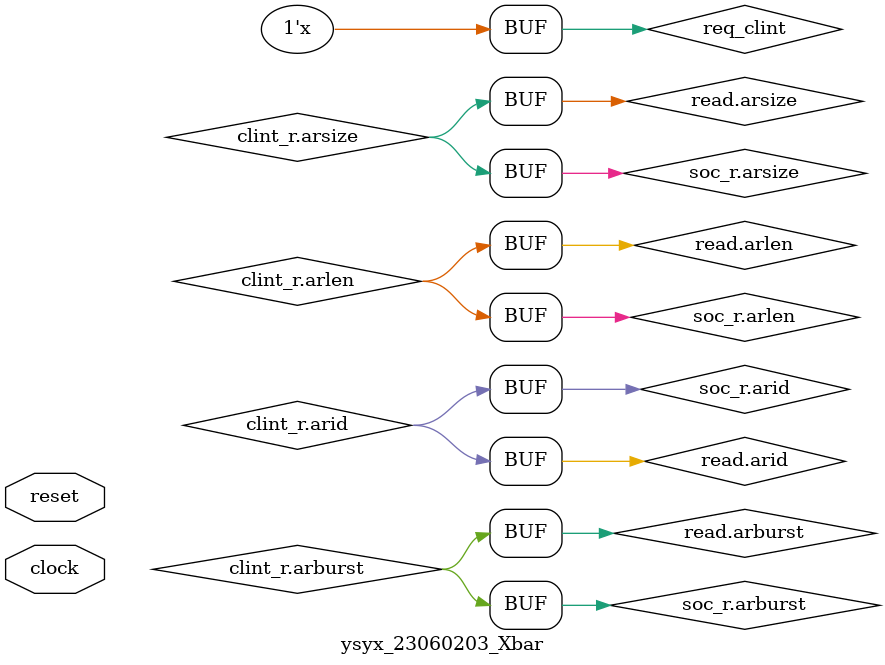
<source format=sv>
module ysyx_23060203_Xbar (
  input clock, reset,

  axi_if.in read,
  axi_if.out soc_r,
  axi_if.out clint_r
);

  typedef enum logic [2:0] {
    ST_IDLE  = 3'b001,
    ST_SOC   = 3'b010,
    ST_CLINT = 3'b100
  } state_t;
  wire st_idle  = state[0];
  wire st_soc   = state[1];
  wire st_clint = state[2];

  state_t state, state_next;

  always @(posedge clock) begin
    if (reset) begin
      state <= ST_IDLE;
    end else begin
      state <= state_next;
    end
  end

  wire req_clint;
  `ifdef YSYXSOC
    assign req_clint = (read.araddr[31:16] == 16'h0200);
  `else
    assign req_clint = (read.araddr[31:4] == 28'ha000004);
  `endif

  always_comb begin
    state_next = state;
    if (st_idle) begin
      if (read.arready & read.arvalid) begin
        if (req_clint) begin
          state_next = ST_CLINT;
        end else begin
          state_next = ST_SOC;
        end
      end
    end else begin
      if (read.rready & read.rvalid & read.rlast) begin
        state_next = ST_IDLE;
      end
    end
  end

  // ar channel
  assign read.arready = st_idle & (req_clint ? clint_r.arready : soc_r.arready);
  assign clint_r.arvalid = st_idle & req_clint & read.arvalid;
  assign clint_r.araddr = read.araddr;
  assign clint_r.arid = read.arid;
  assign clint_r.arlen = read.arlen;
  assign clint_r.arsize = read.arsize;
  assign clint_r.arburst = read.arburst;
  assign soc_r.arvalid = st_idle & ~req_clint & read.arvalid;
  assign soc_r.araddr = read.araddr;
  assign soc_r.arid = read.arid;
  assign soc_r.arlen = read.arlen;
  assign soc_r.arsize = read.arsize;
  assign soc_r.arburst = read.arburst;

  // r channel
  assign clint_r.rready = st_clint & read.rready;
  assign soc_r.rready = st_soc & read.rready;
  assign read.rvalid = (st_clint & clint_r.rvalid) | (st_soc & soc_r.rvalid);
  always_comb begin
    if (st_clint) begin
      read.rresp = clint_r.rresp;
      read.rdata = clint_r.rdata;
      read.rlast = clint_r.rlast;
      read.rid = clint_r.rid;
    end else begin
      read.rresp = soc_r.rresp;
      read.rdata = soc_r.rdata;
      read.rlast = soc_r.rlast;
      read.rid = soc_r.rid;
    end
  end

endmodule

</source>
